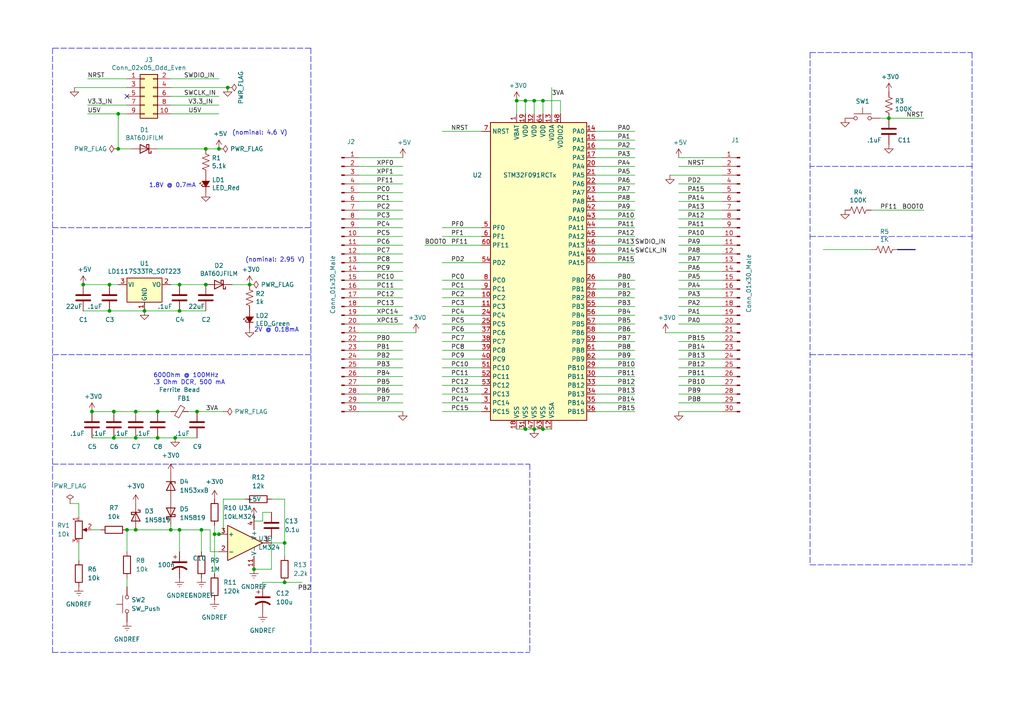
<source format=kicad_sch>
(kicad_sch (version 20211123) (generator eeschema)
  (paper "A4")
  (title_block (title "STM32F091 Dev Board") (date "2020-06-22") (rev "1"))
  (lib_symbols
    (symbol "Amplifier_Operational:LM324" (pin_names (offset 0.127))
      (property "Reference" "U" (at 0 5.08 0))
      (property "Value" "LM324" (at 0 -5.08 0))
      (symbol "LM324_1_1"
        (pin output line (at 7.62 0 180) (length 2.54) (name "~") (number "1"))
        (pin input line (at -7.62 -2.54 0) (length 2.54) (name "-") (number "2"))
        (pin input line (at -7.62 2.54 0) (length 2.54) (name "+") (number "3"))
      )
      (symbol "LM324_2_1"
        (pin input line (at -7.62 2.54 0) (length 2.54) (name "+") (number "5"))
        (pin input line (at -7.62 -2.54 0) (length 2.54) (name "-") (number "6"))
        (pin output line (at 7.62 0 180) (length 2.54) (name "~") (number "7"))
      )
      (symbol "LM324_3_1"
        (pin input line (at -7.62 2.54 0) (length 2.54) (name "+") (number "10"))
        (pin output line (at 7.62 0 180) (length 2.54) (name "~") (number "8"))
        (pin input line (at -7.62 -2.54 0) (length 2.54) (name "-") (number "9"))
      )
      (symbol "LM324_4_1"
        (pin input line (at -7.62 2.54 0) (length 2.54) (name "+") (number "12"))
        (pin input line (at -7.62 -2.54 0) (length 2.54) (name "-") (number "13"))
        (pin output line (at 7.62 0 180) (length 2.54) (name "~") (number "14"))
      )
      (symbol "LM324_5_1"
        (pin power_in line (at -2.54 -7.62 90) (length 3.81) (name "V-") (number "11"))
        (pin power_in line (at -2.54 7.62 270) (length 3.81) (name "V+") (number "4"))
      )
    )
    (symbol "Connector:Conn_01x30_Male" (pin_names (offset 1.016) hide)
      (property "Reference" "J" (at 0 38.1 0))
      (property "Value" "Conn_01x30_Male" (at 0 -40.64 0))
      (symbol "Conn_01x30_Male_1_1"
        (pin passive line (at 5.08 35.56 180) (length 3.81) (name "Pin_1") (number "1"))
        (pin passive line (at 5.08 12.7 180) (length 3.81) (name "Pin_10") (number "10"))
        (pin passive line (at 5.08 10.16 180) (length 3.81) (name "Pin_11") (number "11"))
        (pin passive line (at 5.08 7.62 180) (length 3.81) (name "Pin_12") (number "12"))
        (pin passive line (at 5.08 5.08 180) (length 3.81) (name "Pin_13") (number "13"))
        (pin passive line (at 5.08 2.54 180) (length 3.81) (name "Pin_14") (number "14"))
        (pin passive line (at 5.08 0 180) (length 3.81) (name "Pin_15") (number "15"))
        (pin passive line (at 5.08 -2.54 180) (length 3.81) (name "Pin_16") (number "16"))
        (pin passive line (at 5.08 -5.08 180) (length 3.81) (name "Pin_17") (number "17"))
        (pin passive line (at 5.08 -7.62 180) (length 3.81) (name "Pin_18") (number "18"))
        (pin passive line (at 5.08 -10.16 180) (length 3.81) (name "Pin_19") (number "19"))
        (pin passive line (at 5.08 33.02 180) (length 3.81) (name "Pin_2") (number "2"))
        (pin passive line (at 5.08 -12.7 180) (length 3.81) (name "Pin_20") (number "20"))
        (pin passive line (at 5.08 -15.24 180) (length 3.81) (name "Pin_21") (number "21"))
        (pin passive line (at 5.08 -17.78 180) (length 3.81) (name "Pin_22") (number "22"))
        (pin passive line (at 5.08 -20.32 180) (length 3.81) (name "Pin_23") (number "23"))
        (pin passive line (at 5.08 -22.86 180) (length 3.81) (name "Pin_24") (number "24"))
        (pin passive line (at 5.08 -25.4 180) (length 3.81) (name "Pin_25") (number "25"))
        (pin passive line (at 5.08 -27.94 180) (length 3.81) (name "Pin_26") (number "26"))
        (pin passive line (at 5.08 -30.48 180) (length 3.81) (name "Pin_27") (number "27"))
        (pin passive line (at 5.08 -33.02 180) (length 3.81) (name "Pin_28") (number "28"))
        (pin passive line (at 5.08 -35.56 180) (length 3.81) (name "Pin_29") (number "29"))
        (pin passive line (at 5.08 30.48 180) (length 3.81) (name "Pin_3") (number "3"))
        (pin passive line (at 5.08 -38.1 180) (length 3.81) (name "Pin_30") (number "30"))
        (pin passive line (at 5.08 27.94 180) (length 3.81) (name "Pin_4") (number "4"))
        (pin passive line (at 5.08 25.4 180) (length 3.81) (name "Pin_5") (number "5"))
        (pin passive line (at 5.08 22.86 180) (length 3.81) (name "Pin_6") (number "6"))
        (pin passive line (at 5.08 20.32 180) (length 3.81) (name "Pin_7") (number "7"))
        (pin passive line (at 5.08 17.78 180) (length 3.81) (name "Pin_8") (number "8"))
        (pin passive line (at 5.08 15.24 180) (length 3.81) (name "Pin_9") (number "9"))
      )
    )
    (symbol "Connector_Generic:Conn_02x05_Odd_Even" (pin_names (offset 1.016) hide)
      (property "Reference" "J" (at 1.27 7.62 0))
      (property "Value" "Conn_02x05_Odd_Even" (at 1.27 -7.62 0))
      (symbol "Conn_02x05_Odd_Even_1_1"
        (pin passive line (at -5.08 5.08 0) (length 3.81) (name "Pin_1") (number "1"))
        (pin passive line (at 7.62 -5.08 180) (length 3.81) (name "Pin_10") (number "10"))
        (pin passive line (at 7.62 5.08 180) (length 3.81) (name "Pin_2") (number "2"))
        (pin passive line (at -5.08 2.54 0) (length 3.81) (name "Pin_3") (number "3"))
        (pin passive line (at 7.62 2.54 180) (length 3.81) (name "Pin_4") (number "4"))
        (pin passive line (at -5.08 0 0) (length 3.81) (name "Pin_5") (number "5"))
        (pin passive line (at 7.62 0 180) (length 3.81) (name "Pin_6") (number "6"))
        (pin passive line (at -5.08 -2.54 0) (length 3.81) (name "Pin_7") (number "7"))
        (pin passive line (at 7.62 -2.54 180) (length 3.81) (name "Pin_8") (number "8"))
        (pin passive line (at -5.08 -5.08 0) (length 3.81) (name "Pin_9") (number "9"))
      )
    )
    (symbol "Device:C" (pin_numbers hide) (pin_names (offset 0.254))
      (property "Reference" "C" (at 0.635 2.54 0))
      (property "Value" "C" (at 0.635 -2.54 0))
      (symbol "C_1_1"
        (pin passive line (at 0 3.81 270) (length 2.794) (name "~") (number "1"))
        (pin passive line (at 0 -3.81 90) (length 2.794) (name "~") (number "2"))
      )
    )
    (symbol "Device:C_Polarized_US" (pin_numbers hide) (pin_names (offset 0.254) hide)
      (property "Reference" "C" (at 0.635 2.54 0))
      (property "Value" "C_Polarized_US" (at 0.635 -2.54 0))
      (symbol "C_Polarized_US_1_1"
        (pin passive line (at 0 3.81 270) (length 2.794) (name "~") (number "1"))
        (pin passive line (at 0 -3.81 90) (length 3.302) (name "~") (number "2"))
      )
    )
    (symbol "Device:R" (pin_numbers hide) (pin_names (offset 0))
      (property "Reference" "R" (at 2.032 0 90))
      (property "Value" "R" (at 0 0 90))
      (symbol "R_1_1"
        (pin passive line (at 0 3.81 270) (length 1.27) (name "~") (number "1"))
        (pin passive line (at 0 -3.81 90) (length 1.27) (name "~") (number "2"))
      )
    )
    (symbol "Device:R_Potentiometer" (pin_names (offset 1.016) hide)
      (property "Reference" "RV" (at -4.445 0 90))
      (property "Value" "R_Potentiometer" (at -2.54 0 90))
      (symbol "R_Potentiometer_1_1"
        (pin passive line (at 0 3.81 270) (length 1.27) (name "1") (number "1"))
        (pin passive line (at 3.81 0 180) (length 1.27) (name "2") (number "2"))
        (pin passive line (at 0 -3.81 90) (length 1.27) (name "3") (number "3"))
      )
    )
    (symbol "Device:R_US" (pin_numbers hide) (pin_names (offset 0))
      (property "Reference" "R" (at 2.54 0 90))
      (property "Value" "R_US" (at -2.54 0 90))
      (symbol "R_US_1_1"
        (pin passive line (at 0 3.81 270) (length 1.27) (name "~") (number "1"))
        (pin passive line (at 0 -3.81 90) (length 1.27) (name "~") (number "2"))
      )
    )
    (symbol "Diode:1N53xxB" (pin_numbers hide) (pin_names hide)
      (property "Reference" "D" (at 0 2.54 0))
      (property "Value" "1N53xxB" (at 0 -2.54 0))
      (symbol "1N53xxB_1_1"
        (pin passive line (at -3.81 0 0) (length 2.54) (name "K") (number "1"))
        (pin passive line (at 3.81 0 180) (length 2.54) (name "A") (number "2"))
      )
    )
    (symbol "Diode:1N5819" (pin_numbers hide) (pin_names (offset 1.016) hide)
      (property "Reference" "D" (at 0 2.54 0))
      (property "Value" "1N5819" (at 0 -2.54 0))
      (symbol "1N5819_1_1"
        (pin passive line (at -3.81 0 0) (length 2.54) (name "K") (number "1"))
        (pin passive line (at 3.81 0 180) (length 2.54) (name "A") (number "2"))
      )
    )
    (symbol "Diode:BAT60A" (pin_numbers hide) (pin_names (offset 1.016) hide)
      (property "Reference" "D" (at 0 2.54 0))
      (property "Value" "BAT60A" (at 0 -2.54 0))
      (symbol "BAT60A_1_1"
        (pin passive line (at -3.81 0 0) (length 2.54) (name "K") (number "1"))
        (pin passive line (at 3.81 0 180) (length 2.54) (name "A") (number "2"))
      )
    )
    (symbol "MCU_ST_STM32F0:STM32F091RCTx"
      (property "Reference" "U" (at -15.24 44.45 0))
      (property "Value" "STM32F091RCTx" (at 7.62 44.45 0))
      (symbol "STM32F091RCTx_1_1"
        (pin power_in line (at -7.62 45.72 270) (length 2.54) (name "VBAT") (number "1"))
        (pin bidirectional line (at -17.78 -7.62 0) (length 2.54) (name "PC2") (number "10"))
        (pin bidirectional line (at -17.78 -10.16 0) (length 2.54) (name "PC3") (number "11"))
        (pin power_in line (at 2.54 -45.72 90) (length 2.54) (name "VSSA") (number "12"))
        (pin power_in line (at 2.54 45.72 270) (length 2.54) (name "VDDA") (number "13"))
        (pin bidirectional line (at 15.24 40.64 180) (length 2.54) (name "PA0") (number "14"))
        (pin bidirectional line (at 15.24 38.1 180) (length 2.54) (name "PA1") (number "15"))
        (pin bidirectional line (at 15.24 35.56 180) (length 2.54) (name "PA2") (number "16"))
        (pin bidirectional line (at 15.24 33.02 180) (length 2.54) (name "PA3") (number "17"))
        (pin power_in line (at -7.62 -45.72 90) (length 2.54) (name "VSS") (number "18"))
        (pin power_in line (at -5.08 45.72 270) (length 2.54) (name "VDD") (number "19"))
        (pin bidirectional line (at -17.78 -35.56 0) (length 2.54) (name "PC13") (number "2"))
        (pin bidirectional line (at 15.24 30.48 180) (length 2.54) (name "PA4") (number "20"))
        (pin bidirectional line (at 15.24 27.94 180) (length 2.54) (name "PA5") (number "21"))
        (pin bidirectional line (at 15.24 25.4 180) (length 2.54) (name "PA6") (number "22"))
        (pin bidirectional line (at 15.24 22.86 180) (length 2.54) (name "PA7") (number "23"))
        (pin bidirectional line (at -17.78 -12.7 0) (length 2.54) (name "PC4") (number "24"))
        (pin bidirectional line (at -17.78 -15.24 0) (length 2.54) (name "PC5") (number "25"))
        (pin bidirectional line (at 15.24 -2.54 180) (length 2.54) (name "PB0") (number "26"))
        (pin bidirectional line (at 15.24 -5.08 180) (length 2.54) (name "PB1") (number "27"))
        (pin bidirectional line (at 15.24 -7.62 180) (length 2.54) (name "PB2") (number "28"))
        (pin bidirectional line (at 15.24 -27.94 180) (length 2.54) (name "PB10") (number "29"))
        (pin bidirectional line (at -17.78 -38.1 0) (length 2.54) (name "PC14") (number "3"))
        (pin bidirectional line (at 15.24 -30.48 180) (length 2.54) (name "PB11") (number "30"))
        (pin power_in line (at -5.08 -45.72 90) (length 2.54) (name "VSS") (number "31"))
        (pin power_in line (at -2.54 45.72 270) (length 2.54) (name "VDD") (number "32"))
        (pin bidirectional line (at 15.24 -33.02 180) (length 2.54) (name "PB12") (number "33"))
        (pin bidirectional line (at 15.24 -35.56 180) (length 2.54) (name "PB13") (number "34"))
        (pin bidirectional line (at 15.24 -38.1 180) (length 2.54) (name "PB14") (number "35"))
        (pin bidirectional line (at 15.24 -40.64 180) (length 2.54) (name "PB15") (number "36"))
        (pin bidirectional line (at -17.78 -17.78 0) (length 2.54) (name "PC6") (number "37"))
        (pin bidirectional line (at -17.78 -20.32 0) (length 2.54) (name "PC7") (number "38"))
        (pin bidirectional line (at -17.78 -22.86 0) (length 2.54) (name "PC8") (number "39"))
        (pin bidirectional line (at -17.78 -40.64 0) (length 2.54) (name "PC15") (number "4"))
        (pin bidirectional line (at -17.78 -25.4 0) (length 2.54) (name "PC9") (number "40"))
        (pin bidirectional line (at 15.24 20.32 180) (length 2.54) (name "PA8") (number "41"))
        (pin bidirectional line (at 15.24 17.78 180) (length 2.54) (name "PA9") (number "42"))
        (pin bidirectional line (at 15.24 15.24 180) (length 2.54) (name "PA10") (number "43"))
        (pin bidirectional line (at 15.24 12.7 180) (length 2.54) (name "PA11") (number "44"))
        (pin bidirectional line (at 15.24 10.16 180) (length 2.54) (name "PA12") (number "45"))
        (pin bidirectional line (at 15.24 7.62 180) (length 2.54) (name "PA13") (number "46"))
        (pin power_in line (at -2.54 -45.72 90) (length 2.54) (name "VSS") (number "47"))
        (pin power_in line (at 5.08 45.72 270) (length 2.54) (name "VDDIO2") (number "48"))
        (pin bidirectional line (at 15.24 5.08 180) (length 2.54) (name "PA14") (number "49"))
        (pin input line (at -17.78 12.7 0) (length 2.54) (name "PF0") (number "5"))
        (pin bidirectional line (at 15.24 2.54 180) (length 2.54) (name "PA15") (number "50"))
        (pin bidirectional line (at -17.78 -27.94 0) (length 2.54) (name "PC10") (number "51"))
        (pin bidirectional line (at -17.78 -30.48 0) (length 2.54) (name "PC11") (number "52"))
        (pin bidirectional line (at -17.78 -33.02 0) (length 2.54) (name "PC12") (number "53"))
        (pin bidirectional line (at -17.78 2.54 0) (length 2.54) (name "PD2") (number "54"))
        (pin bidirectional line (at 15.24 -10.16 180) (length 2.54) (name "PB3") (number "55"))
        (pin bidirectional line (at 15.24 -12.7 180) (length 2.54) (name "PB4") (number "56"))
        (pin bidirectional line (at 15.24 -15.24 180) (length 2.54) (name "PB5") (number "57"))
        (pin bidirectional line (at 15.24 -17.78 180) (length 2.54) (name "PB6") (number "58"))
        (pin bidirectional line (at 15.24 -20.32 180) (length 2.54) (name "PB7") (number "59"))
        (pin input line (at -17.78 10.16 0) (length 2.54) (name "PF1") (number "6"))
        (pin bidirectional line (at -17.78 7.62 0) (length 2.54) (name "PF11") (number "60"))
        (pin bidirectional line (at 15.24 -22.86 180) (length 2.54) (name "PB8") (number "61"))
        (pin bidirectional line (at 15.24 -25.4 180) (length 2.54) (name "PB9") (number "62"))
        (pin power_in line (at 0 -45.72 90) (length 2.54) (name "VSS") (number "63"))
        (pin power_in line (at 0 45.72 270) (length 2.54) (name "VDD") (number "64"))
        (pin input line (at -17.78 40.64 0) (length 2.54) (name "NRST") (number "7"))
        (pin bidirectional line (at -17.78 -2.54 0) (length 2.54) (name "PC0") (number "8"))
        (pin bidirectional line (at -17.78 -5.08 0) (length 2.54) (name "PC1") (number "9"))
      )
    )
    (symbol "Regulator_Linear:LD1117S33TR_SOT223" (pin_names (offset 0.254))
      (property "Reference" "U" (at -3.81 3.175 0))
      (property "Value" "LD1117S33TR_SOT223" (at 0 3.175 0))
      (symbol "LD1117S33TR_SOT223_1_1"
        (pin power_in line (at 0 -7.62 90) (length 2.54) (name "GND") (number "1"))
        (pin power_out line (at 7.62 0 180) (length 2.54) (name "VO") (number "2"))
        (pin power_in line (at -7.62 0 0) (length 2.54) (name "VI") (number "3"))
      )
    )
    (symbol "Switch:SW_Push" (pin_numbers hide) (pin_names (offset 1.016) hide)
      (property "Reference" "SW" (at 1.27 2.54 0))
      (property "Value" "SW_Push" (at 0 -1.524 0))
      (symbol "SW_Push_0_1"
        (pin passive line (at -5.08 0 0) (length 2.54) (name "1") (number "1"))
        (pin passive line (at 5.08 0 180) (length 2.54) (name "2") (number "2"))
      )
    )
    (symbol "power:+3V0" (power) (pin_names (offset 0))
      (property "Value" "+3V0" (at 0 3.556 0))
      (symbol "+3V0_1_1"
        (pin power_in line (at 0 0 90) (length 0) hide (name "+3V0") (number "1"))
      )
    )
    (symbol "power:+5V" (power) (pin_names (offset 0))
      (property "Value" "+5V" (at 0 3.556 0))
      (symbol "+5V_1_1"
        (pin power_in line (at 0 0 90) (length 0) hide (name "+5V") (number "1"))
      )
    )
    (symbol "power:GND" (power) (pin_names (offset 0))
      (property "Value" "GND" (at 0 -3.81 0))
      (symbol "GND_1_1"
        (pin power_in line (at 0 0 270) (length 0) hide (name "GND") (number "1"))
      )
    )
    (symbol "power:GNDREF" (power) (pin_names (offset 0))
      (property "Value" "GNDREF" (at 0 -3.81 0))
      (symbol "GNDREF_1_1"
        (pin power_in line (at 0 0 270) (length 0) hide (name "GNDREF") (number "1"))
      )
    )
    (symbol "power:PWR_FLAG" (power) (pin_numbers hide) (pin_names (offset 0) hide)
      (property "Value" "PWR_FLAG" (at 0 3.81 0))
      (symbol "PWR_FLAG_0_0"
        (pin power_out line (at 0 0 90) (length 0) (name "pwr") (number "1"))
      )
    )
    (symbol "stm32f091-rescue:Ferrite_Bead_Small-Device" (pin_numbers hide) (pin_names (offset 0))
      (property "Reference" "FB" (at 1.905 1.27 0))
      (property "Value" "Ferrite_Bead_Small-Device" (at 1.905 -1.27 0))
      (symbol "Ferrite_Bead_Small-Device_1_1"
        (pin passive line (at 0 2.54 270) (length 1.27) (name "~") (number "1"))
        (pin passive line (at 0 -2.54 90) (length 1.27) (name "~") (number "2"))
      )
    )
    (symbol "stm32f091-rescue:LED_Small_ALT-Device" (pin_numbers hide) (pin_names (offset 0.254) hide)
      (property "Reference" "D" (at -1.27 3.175 0))
      (property "Value" "LED_Small_ALT-Device" (at -4.445 -2.54 0))
      (symbol "LED_Small_ALT-Device_1_1"
        (pin passive line (at -2.54 0 0) (length 1.778) (name "K") (number "1"))
        (pin passive line (at 2.54 0 180) (length 1.778) (name "A") (number "2"))
      )
    )
  )
  (junction (at 72.39 82.55))
  (junction (at 31.75 90.17))
  (junction (at 152.4 124.46))
  (junction (at 52.07 153.67))
  (junction (at 152.4 29.21))
  (junction (at 45.72 127))
  (junction (at 39.37 119.38))
  (junction (at 154.94 124.46))
  (junction (at 157.48 29.21))
  (junction (at 33.02 127))
  (junction (at 50.8 127))
  (junction (at 52.07 90.17))
  (junction (at 33.02 119.38))
  (junction (at 34.29 43.18))
  (junction (at 59.69 43.18))
  (junction (at 73.66 165.1))
  (junction (at 82.55 157.48))
  (junction (at 154.94 29.21))
  (junction (at 157.48 124.46))
  (junction (at 39.37 153.67))
  (junction (at 34.29 33.02))
  (junction (at 66.04 25.4))
  (junction (at 63.5 43.18))
  (junction (at 58.42 153.67))
  (junction (at 31.75 82.55))
  (junction (at 57.15 119.38))
  (junction (at 49.53 153.67))
  (junction (at 24.13 82.55))
  (junction (at 82.55 168.91))
  (junction (at 41.91 90.17))
  (junction (at 149.86 29.21))
  (junction (at 63.5 154.94))
  (junction (at 59.69 82.55))
  (junction (at 45.72 119.38))
  (junction (at 36.83 153.67))
  (junction (at 257.81 34.29))
  (junction (at 52.07 82.55))
  (junction (at 62.23 154.94))
  (junction (at 26.67 119.38))
  (junction (at 39.37 127))
  (no_connect (at 36.83 27.94))
  (polyline (pts (xy 15.24 66.04) (xy 90.17 66.04)))
  (wire (pts (xy 26.67 119.38) (xy 33.02 119.38)))
  (wire (pts (xy 104.14 53.34) (xy 116.84 53.34)))
  (polyline (pts (xy 234.95 163.83) (xy 281.94 163.83)))
  (wire (pts (xy 39.37 153.67) (xy 49.53 153.67)))
  (wire (pts (xy 172.72 111.76) (xy 184.15 111.76)))
  (wire (pts (xy 39.37 119.38) (xy 45.72 119.38)))
  (wire (pts (xy 252.73 60.96) (xy 267.97 60.96)))
  (wire (pts (xy 104.14 73.66) (xy 116.84 73.66)))
  (wire (pts (xy 172.72 104.14) (xy 184.15 104.14)))
  (wire (pts (xy 104.14 60.96) (xy 116.84 60.96)))
  (wire (pts (xy 41.91 90.17) (xy 52.07 90.17)))
  (wire (pts (xy 172.72 83.82) (xy 184.15 83.82)))
  (wire (pts (xy 172.72 99.06) (xy 184.15 99.06)))
  (wire (pts (xy 209.55 88.9) (xy 196.85 88.9)))
  (wire (pts (xy 60.96 160.02) (xy 63.5 160.02)))
  (wire (pts (xy 139.7 104.14) (xy 128.27 104.14)))
  (wire (pts (xy 78.74 144.78) (xy 82.55 144.78)))
  (wire (pts (xy 49.53 82.55) (xy 52.07 82.55)))
  (wire (pts (xy 172.72 66.04) (xy 184.15 66.04)))
  (wire (pts (xy 33.02 127) (xy 39.37 127)))
  (wire (pts (xy 49.53 27.94) (xy 63.5 27.94)))
  (wire (pts (xy 104.14 96.52) (xy 120.65 96.52)))
  (wire (pts (xy 104.14 68.58) (xy 116.84 68.58)))
  (wire (pts (xy 60.96 153.67) (xy 60.96 160.02)))
  (wire (pts (xy 172.72 86.36) (xy 184.15 86.36)))
  (wire (pts (xy 172.72 96.52) (xy 184.15 96.52)))
  (wire (pts (xy 104.14 83.82) (xy 116.84 83.82)))
  (wire (pts (xy 209.55 68.58) (xy 196.85 68.58)))
  (wire (pts (xy 39.37 127) (xy 45.72 127)))
  (wire (pts (xy 58.42 153.67) (xy 58.42 160.02)))
  (wire (pts (xy 209.55 76.2) (xy 196.85 76.2)))
  (wire (pts (xy 154.94 124.46) (xy 157.48 124.46)))
  (wire (pts (xy 104.14 111.76) (xy 116.84 111.76)))
  (polyline (pts (xy 15.24 13.97) (xy 15.24 189.23)))
  (wire (pts (xy 49.53 30.48) (xy 63.5 30.48)))
  (wire (pts (xy 49.53 152.4) (xy 49.53 153.67)))
  (wire (pts (xy 172.72 116.84) (xy 184.15 116.84)))
  (wire (pts (xy 209.55 48.26) (xy 196.85 48.26)))
  (wire (pts (xy 209.55 114.3) (xy 196.85 114.3)))
  (wire (pts (xy 82.55 168.91) (xy 76.2 168.91)))
  (wire (pts (xy 160.02 33.02) (xy 160.02 25.4)))
  (polyline (pts (xy 234.95 15.24) (xy 281.94 15.24)))
  (wire (pts (xy 157.48 33.02) (xy 157.48 29.21)))
  (wire (pts (xy 34.29 33.02) (xy 34.29 43.18)))
  (wire (pts (xy 209.55 104.14) (xy 196.85 104.14)))
  (wire (pts (xy 104.14 91.44) (xy 116.84 91.44)))
  (wire (pts (xy 209.55 78.74) (xy 196.85 78.74)))
  (wire (pts (xy 154.94 29.21) (xy 157.48 29.21)))
  (wire (pts (xy 172.72 106.68) (xy 184.15 106.68)))
  (wire (pts (xy 104.14 86.36) (xy 116.84 86.36)))
  (wire (pts (xy 139.7 83.82) (xy 128.27 83.82)))
  (wire (pts (xy 24.13 82.55) (xy 31.75 82.55)))
  (wire (pts (xy 73.66 151.13) (xy 76.2 151.13)))
  (wire (pts (xy 209.55 71.12) (xy 196.85 71.12)))
  (wire (pts (xy 78.74 157.48) (xy 82.55 157.48)))
  (wire (pts (xy 49.53 153.67) (xy 52.07 153.67)))
  (wire (pts (xy 149.86 124.46) (xy 152.4 124.46)))
  (wire (pts (xy 104.14 104.14) (xy 116.84 104.14)))
  (wire (pts (xy 139.7 114.3) (xy 128.27 114.3)))
  (wire (pts (xy 172.72 68.58) (xy 184.15 68.58)))
  (wire (pts (xy 52.07 82.55) (xy 59.69 82.55)))
  (wire (pts (xy 255.27 34.29) (xy 257.81 34.29)))
  (wire (pts (xy 82.55 168.91) (xy 87.63 168.91)))
  (wire (pts (xy 193.04 96.52) (xy 209.55 96.52)))
  (wire (pts (xy 104.14 45.72) (xy 116.84 45.72)))
  (wire (pts (xy 149.86 29.21) (xy 152.4 29.21)))
  (wire (pts (xy 52.07 153.67) (xy 58.42 153.67)))
  (wire (pts (xy 162.56 29.21) (xy 162.56 33.02)))
  (wire (pts (xy 36.83 33.02) (xy 34.29 33.02)))
  (wire (pts (xy 172.72 40.64) (xy 184.15 40.64)))
  (wire (pts (xy 209.55 119.38) (xy 196.85 119.38)))
  (wire (pts (xy 139.7 106.68) (xy 128.27 106.68)))
  (wire (pts (xy 22.86 146.05) (xy 22.86 149.86)))
  (wire (pts (xy 45.72 127) (xy 50.8 127)))
  (wire (pts (xy 26.67 153.67) (xy 29.21 153.67)))
  (wire (pts (xy 63.5 43.18) (xy 59.69 43.18)))
  (wire (pts (xy 139.7 81.28) (xy 128.27 81.28)))
  (wire (pts (xy 172.72 53.34) (xy 184.15 53.34)))
  (polyline (pts (xy 234.95 15.24) (xy 234.95 163.83)))
  (wire (pts (xy 139.7 66.04) (xy 128.27 66.04)))
  (polyline (pts (xy 90.17 102.87) (xy 15.24 102.87)))
  (wire (pts (xy 209.55 101.6) (xy 196.85 101.6)))
  (wire (pts (xy 209.55 111.76) (xy 196.85 111.76)))
  (wire (pts (xy 152.4 33.02) (xy 152.4 29.21)))
  (wire (pts (xy 209.55 58.42) (xy 196.85 58.42)))
  (wire (pts (xy 63.5 154.94) (xy 64.77 154.94)))
  (wire (pts (xy 33.02 119.38) (xy 39.37 119.38)))
  (wire (pts (xy 104.14 88.9) (xy 116.84 88.9)))
  (wire (pts (xy 31.75 90.17) (xy 41.91 90.17)))
  (wire (pts (xy 104.14 50.8) (xy 116.84 50.8)))
  (wire (pts (xy 172.72 58.42) (xy 184.15 58.42)))
  (wire (pts (xy 26.67 127) (xy 33.02 127)))
  (wire (pts (xy 139.7 91.44) (xy 128.27 91.44)))
  (polyline (pts (xy 281.94 48.26) (xy 234.95 48.26)))
  (wire (pts (xy 209.55 55.88) (xy 196.85 55.88)))
  (wire (pts (xy 172.72 55.88) (xy 184.15 55.88)))
  (wire (pts (xy 58.42 153.67) (xy 60.96 153.67)))
  (wire (pts (xy 104.14 116.84) (xy 116.84 116.84)))
  (wire (pts (xy 62.23 154.94) (xy 63.5 154.94)))
  (wire (pts (xy 64.77 144.78) (xy 71.12 144.78)))
  (wire (pts (xy 172.72 81.28) (xy 184.15 81.28)))
  (wire (pts (xy 34.29 43.18) (xy 38.1 43.18)))
  (wire (pts (xy 172.72 63.5) (xy 184.15 63.5)))
  (wire (pts (xy 139.7 101.6) (xy 128.27 101.6)))
  (wire (pts (xy 139.7 99.06) (xy 128.27 99.06)))
  (wire (pts (xy 152.4 124.46) (xy 154.94 124.46)))
  (wire (pts (xy 139.7 116.84) (xy 128.27 116.84)))
  (wire (pts (xy 104.14 114.3) (xy 116.84 114.3)))
  (wire (pts (xy 209.55 66.04) (xy 196.85 66.04)))
  (wire (pts (xy 209.55 116.84) (xy 196.85 116.84)))
  (wire (pts (xy 209.55 60.96) (xy 196.85 60.96)))
  (wire (pts (xy 238.76 72.39) (xy 252.73 72.39)))
  (wire (pts (xy 209.55 91.44) (xy 196.85 91.44)))
  (wire (pts (xy 172.72 76.2) (xy 184.15 76.2)))
  (wire (pts (xy 104.14 66.04) (xy 116.84 66.04)))
  (wire (pts (xy 104.14 76.2) (xy 116.84 76.2)))
  (wire (pts (xy 82.55 144.78) (xy 82.55 157.48)))
  (wire (pts (xy 36.83 30.48) (xy 25.4 30.48)))
  (wire (pts (xy 209.55 109.22) (xy 196.85 109.22)))
  (wire (pts (xy 49.53 33.02) (xy 63.5 33.02)))
  (wire (pts (xy 78.74 156.21) (xy 78.74 165.1)))
  (wire (pts (xy 157.48 124.46) (xy 160.02 124.46)))
  (wire (pts (xy 50.8 127) (xy 57.15 127)))
  (polyline (pts (xy 234.95 68.58) (xy 281.94 68.58)))
  (wire (pts (xy 62.23 154.94) (xy 62.23 166.37)))
  (wire (pts (xy 209.55 63.5) (xy 196.85 63.5)))
  (wire (pts (xy 209.55 86.36) (xy 196.85 86.36)))
  (wire (pts (xy 172.72 93.98) (xy 184.15 93.98)))
  (wire (pts (xy 172.72 119.38) (xy 184.15 119.38)))
  (wire (pts (xy 104.14 109.22) (xy 116.84 109.22)))
  (wire (pts (xy 209.55 83.82) (xy 196.85 83.82)))
  (wire (pts (xy 104.14 119.38) (xy 116.84 119.38)))
  (wire (pts (xy 36.83 22.86) (xy 25.4 22.86)))
  (polyline (pts (xy 15.24 189.23) (xy 153.67 189.23)))
  (wire (pts (xy 209.55 45.72) (xy 196.85 45.72)))
  (wire (pts (xy 57.15 119.38) (xy 64.77 119.38)))
  (wire (pts (xy 104.14 106.68) (xy 116.84 106.68)))
  (wire (pts (xy 21.59 25.4) (xy 36.83 25.4)))
  (wire (pts (xy 76.2 148.59) (xy 78.74 148.59)))
  (polyline (pts (xy 90.17 13.97) (xy 90.17 189.23)))
  (wire (pts (xy 64.77 144.78) (xy 64.77 154.94)))
  (wire (pts (xy 59.69 43.18) (xy 45.72 43.18)))
  (wire (pts (xy 104.14 93.98) (xy 116.84 93.98)))
  (wire (pts (xy 172.72 114.3) (xy 184.15 114.3)))
  (wire (pts (xy 172.72 43.18) (xy 184.15 43.18)))
  (wire (pts (xy 172.72 45.72) (xy 184.15 45.72)))
  (wire (pts (xy 104.14 99.06) (xy 116.84 99.06)))
  (wire (pts (xy 104.14 101.6) (xy 116.84 101.6)))
  (wire (pts (xy 104.14 48.26) (xy 116.84 48.26)))
  (wire (pts (xy 194.31 50.8) (xy 209.55 50.8)))
  (wire (pts (xy 76.2 151.13) (xy 76.2 148.59)))
  (wire (pts (xy 172.72 38.1) (xy 184.15 38.1)))
  (wire (pts (xy 139.7 76.2) (xy 128.27 76.2)))
  (wire (pts (xy 172.72 60.96) (xy 184.15 60.96)))
  (wire (pts (xy 104.14 63.5) (xy 116.84 63.5)))
  (wire (pts (xy 34.29 82.55) (xy 31.75 82.55)))
  (wire (pts (xy 20.32 146.05) (xy 22.86 146.05)))
  (wire (pts (xy 209.55 106.68) (xy 196.85 106.68)))
  (wire (pts (xy 104.14 78.74) (xy 116.84 78.74)))
  (wire (pts (xy 73.66 165.1) (xy 78.74 165.1)))
  (wire (pts (xy 49.53 25.4) (xy 66.04 25.4)))
  (polyline (pts (xy 153.67 134.62) (xy 153.67 189.23)))
  (wire (pts (xy 36.83 153.67) (xy 39.37 153.67)))
  (wire (pts (xy 52.07 153.67) (xy 52.07 160.02)))
  (wire (pts (xy 139.7 86.36) (xy 128.27 86.36)))
  (wire (pts (xy 62.23 152.4) (xy 62.23 154.94)))
  (polyline (pts (xy 234.95 102.87) (xy 281.94 102.87)))
  (wire (pts (xy 209.55 81.28) (xy 196.85 81.28)))
  (wire (pts (xy 209.55 99.06) (xy 196.85 99.06)))
  (polyline (pts (xy 90.17 13.97) (xy 15.24 13.97)))
  (wire (pts (xy 139.7 111.76) (xy 128.27 111.76)))
  (wire (pts (xy 209.55 73.66) (xy 196.85 73.66)))
  (polyline (pts (xy 281.94 15.24) (xy 281.94 163.83)))
  (wire (pts (xy 172.72 48.26) (xy 184.15 48.26)))
  (wire (pts (xy 123.19 71.12) (xy 139.7 71.12)))
  (wire (pts (xy 24.13 90.17) (xy 31.75 90.17)))
  (wire (pts (xy 172.72 91.44) (xy 184.15 91.44)))
  (wire (pts (xy 67.31 82.55) (xy 72.39 82.55)))
  (wire (pts (xy 34.29 33.02) (xy 25.4 33.02)))
  (wire (pts (xy 82.55 157.48) (xy 82.55 161.29)))
  (wire (pts (xy 257.81 34.29) (xy 267.97 34.29)))
  (wire (pts (xy 154.94 33.02) (xy 154.94 29.21)))
  (wire (pts (xy 172.72 88.9) (xy 184.15 88.9)))
  (wire (pts (xy 54.61 119.38) (xy 57.15 119.38)))
  (wire (pts (xy 104.14 55.88) (xy 116.84 55.88)))
  (wire (pts (xy 104.14 58.42) (xy 116.84 58.42)))
  (wire (pts (xy 209.55 93.98) (xy 196.85 93.98)))
  (wire (pts (xy 172.72 109.22) (xy 184.15 109.22)))
  (wire (pts (xy 36.83 153.67) (xy 36.83 160.02)))
  (wire (pts (xy 157.48 29.21) (xy 162.56 29.21)))
  (wire (pts (xy 139.7 68.58) (xy 128.27 68.58)))
  (wire (pts (xy 76.2 168.91) (xy 76.2 170.18)))
  (wire (pts (xy 104.14 71.12) (xy 116.84 71.12)))
  (wire (pts (xy 45.72 119.38) (xy 49.53 119.38)))
  (wire (pts (xy 139.7 96.52) (xy 128.27 96.52)))
  (wire (pts (xy 139.7 119.38) (xy 128.27 119.38)))
  (wire (pts (xy 139.7 93.98) (xy 128.27 93.98)))
  (wire (pts (xy 209.55 53.34) (xy 196.85 53.34)))
  (wire (pts (xy 52.07 90.17) (xy 59.69 90.17)))
  (wire (pts (xy 139.7 38.1) (xy 128.27 38.1)))
  (wire (pts (xy 152.4 29.21) (xy 154.94 29.21)))
  (polyline (pts (xy 15.24 134.62) (xy 153.67 134.62)))
  (wire (pts (xy 149.86 33.02) (xy 149.86 29.21)))
  (wire (pts (xy 172.72 50.8) (xy 184.15 50.8)))
  (wire (pts (xy 139.7 88.9) (xy 128.27 88.9)))
  (bus (pts (xy 260.35 72.39) (xy 265.43 72.39)))
  (wire (pts (xy 104.14 81.28) (xy 116.84 81.28)))
  (wire (pts (xy 22.86 157.48) (xy 22.86 162.56)))
  (wire (pts (xy 139.7 109.22) (xy 128.27 109.22)))
  (wire (pts (xy 172.72 71.12) (xy 184.15 71.12)))
  (wire (pts (xy 49.53 22.86) (xy 63.5 22.86)))
  (wire (pts (xy 172.72 73.66) (xy 184.15 73.66)))
  (wire (pts (xy 172.72 101.6) (xy 184.15 101.6)))
  (wire (pts (xy 36.83 167.64) (xy 36.83 170.18)))
  (text "1.8V @ 0.7mA" (at 43.18 54.61 0) (effects (font (size 1.27 1.27)) (justify left bottom)))
  (text "(nominal: 4.6 V)" (at 67.31 39.37 0) (effects (font (size 1.27 1.27)) (justify left bottom)))
  (text "600Ohm @ 100MHz\n.3 Ohm DCR, 500 mA" (at 44.45 111.76 0) (effects (font (size 1.27 1.27)) (justify left bottom)))
  (text "(nominal: 2.95 V)" (at 71.12 76.2 0) (effects (font (size 1.27 1.27)) (justify left bottom)))
  (text "2V @ 0.18mA" (at 73.66 96.52 0) (effects (font (size 1.27 1.27)) (justify left bottom)))
  (label "PA1" (at 179.07 40.64 0))
  (label "PA3" (at 199.39 86.36 0))
  (label "PB3" (at 109.22 106.68 0))
  (label "PC9" (at 130.81 104.14 0))
  (label "PB10" (at 199.39 111.76 0))
  (label "PA7" (at 179.07 55.88 0))
  (label "PB15" (at 199.39 99.06 0))
  (label "PB5" (at 109.22 111.76 0))
  (label "U5V" (at 54.61 33.02 0))
  (label "BOOT0" (at 123.19 71.12 0))
  (label "PB15" (at 179.07 119.38 0))
  (label "PB14" (at 199.39 101.6 0))
  (label "PA14" (at 179.07 73.66 0))
  (label "PC15" (at 130.81 119.38 0))
  (label "PB6" (at 179.07 96.52 0))
  (label "SWDIO_IN" (at 184.15 71.12 0))
  (label "SWCLK_IN" (at 53.34 27.94 0))
  (label "PC8" (at 109.22 76.2 0))
  (label "PB4" (at 109.22 109.22 0))
  (label "SWCLK_IN" (at 184.15 73.66 0))
  (label "PA2" (at 199.39 88.9 0))
  (label "PC7" (at 109.22 73.66 0))
  (label "PA11" (at 199.39 66.04 0))
  (label "PB13" (at 199.39 104.14 0))
  (label "PB8" (at 179.07 101.6 0))
  (label "PB6" (at 109.22 114.3 0))
  (label "PA7" (at 199.39 76.2 0))
  (label "XPF0" (at 109.22 48.26 0))
  (label "PC12" (at 109.22 86.36 0))
  (label "U5V" (at 25.4 33.02 0))
  (label "PB11" (at 199.39 109.22 0))
  (label "PF11" (at 109.22 53.34 0))
  (label "PC10" (at 130.81 106.68 0))
  (label "PA0" (at 179.07 38.1 0))
  (label "PC8" (at 130.81 101.6 0))
  (label "PB7" (at 179.07 99.06 0))
  (label "PA13" (at 199.39 60.96 0))
  (label "PB11" (at 179.07 109.22 0))
  (label "PA12" (at 199.39 63.5 0))
  (label "PC12" (at 130.81 111.76 0))
  (label "PF11" (at 255.27 60.96 0))
  (label "PB1" (at 109.22 101.6 0))
  (label "NRST" (at 25.4 22.86 0))
  (label "PA11" (at 179.07 66.04 0))
  (label "PA6" (at 199.39 78.74 0))
  (label "PB8" (at 199.39 116.84 0))
  (label "PD2" (at 130.81 76.2 0))
  (label "PB9" (at 179.07 104.14 0))
  (label "PA10" (at 199.39 68.58 0))
  (label "PC3" (at 130.81 88.9 0))
  (label "PB13" (at 179.07 114.3 0))
  (label "PC5" (at 130.81 93.98 0))
  (label "PA5" (at 179.07 50.8 0))
  (label "PC7" (at 130.81 99.06 0))
  (label "PB2" (at 86.36 171.45 0))
  (label "PA13" (at 179.07 71.12 0))
  (label "PB1" (at 179.07 83.82 0))
  (label "PA15" (at 199.39 55.88 0))
  (label "V3.3_IN" (at 54.61 30.48 0))
  (label "PA3" (at 179.07 45.72 0))
  (label "XPF1" (at 109.22 50.8 0))
  (label "PF0" (at 130.81 66.04 0))
  (label "PB12" (at 199.39 106.68 0))
  (label "PA14" (at 199.39 58.42 0))
  (label "PC14" (at 130.81 116.84 0))
  (label "PA4" (at 179.07 48.26 0))
  (label "PC11" (at 109.22 83.82 0))
  (label "V3.3_IN" (at 25.4 30.48 0))
  (label "PB2" (at 109.22 104.14 0))
  (label "PA5" (at 199.39 81.28 0))
  (label "3VA" (at 59.69 119.38 0))
  (label "PC2" (at 130.81 86.36 0))
  (label "PA8" (at 179.07 58.42 0))
  (label "PB9" (at 199.39 114.3 0))
  (label "PD2" (at 199.39 53.34 0))
  (label "PC1" (at 130.81 83.82 0))
  (label "NRST" (at 262.89 34.29 0))
  (label "XPC15" (at 109.22 93.98 0))
  (label "PB4" (at 179.07 91.44 0))
  (label "PB7" (at 109.22 116.84 0))
  (label "SWDIO_IN" (at 53.34 22.86 0))
  (label "3VA" (at 160.02 27.94 0))
  (label "PA1" (at 199.39 91.44 0))
  (label "PA6" (at 179.07 53.34 0))
  (label "PC4" (at 109.22 66.04 0))
  (label "PA9" (at 179.07 60.96 0))
  (label "PA9" (at 199.39 71.12 0))
  (label "PA12" (at 179.07 68.58 0))
  (label "PC0" (at 130.81 81.28 0))
  (label "PC1" (at 109.22 58.42 0))
  (label "PB12" (at 179.07 111.76 0))
  (label "PC10" (at 109.22 81.28 0))
  (label "PF11" (at 130.81 71.12 0))
  (label "PC5" (at 109.22 68.58 0))
  (label "PC13" (at 130.81 114.3 0))
  (label "NRST" (at 199.39 48.26 0))
  (label "PC6" (at 109.22 71.12 0))
  (label "XPC14" (at 109.22 91.44 0))
  (label "BOOT0" (at 261.62 60.96 0))
  (label "PA2" (at 179.07 43.18 0))
  (label "PB10" (at 179.07 106.68 0))
  (label "PB3" (at 179.07 88.9 0))
  (label "PA8" (at 199.39 73.66 0))
  (label "PB0" (at 109.22 99.06 0))
  (label "PC4" (at 130.81 91.44 0))
  (label "PC9" (at 109.22 78.74 0))
  (label "PC3" (at 109.22 63.5 0))
  (label "PA15" (at 179.07 76.2 0))
  (label "PC6" (at 130.81 96.52 0))
  (label "PF1" (at 130.81 68.58 0))
  (label "PC0" (at 109.22 55.88 0))
  (label "PC13" (at 109.22 88.9 0))
  (label "PB14" (at 179.07 116.84 0))
  (label "PA4" (at 199.39 83.82 0))
  (label "PB0" (at 179.07 81.28 0))
  (label "PB2" (at 179.07 86.36 0))
  (label "PC2" (at 109.22 60.96 0))
  (label "PC11" (at 130.81 109.22 0))
  (label "PB5" (at 179.07 93.98 0))
  (label "PA10" (at 179.07 63.5 0))
  (label "PA0" (at 199.39 93.98 0))
  (label "NRST" (at 130.81 38.1 0))
  (symbol (lib_id "Device:R_US") (at 257.81 30.48 0) (unit 1)
    (property "Reference" "R3" (at 259.5372 29.3116 0) (effects (justify left)))
    (property "Value" "100K" (at 259.5372 31.623 0) (effects (justify left)))
    (property "Footprint" "Resistor_SMD:R_0805_2012Metric_Pad1.15x1.40mm_HandSolder" (effects hide))
  )
  (symbol (lib_id "Switch:SW_Push") (at 250.19 34.29 0) (unit 1)
    (property "Reference" "SW1" (at 250.19 29.3878 0))
    (property "Value" "SW_Push" (effects hide))
    (property "Footprint" "Button_Switch_SMD:SW_SPST_PTS645" (effects hide))
  )
  (symbol (lib_id "power:GND") (at 257.81 41.91 0) (unit 1)
    (property "Reference" "#PWR0101" (effects hide))
    (property "Value" "GND" (effects hide))
  )
  (symbol (lib_id "power:GND") (at 245.11 34.29 0) (unit 1)
    (property "Reference" "#PWR0102" (effects hide))
    (property "Value" "GND" (effects hide))
  )
  (symbol (lib_id "stm32f091-rescue:Ferrite_Bead_Small-Device") (at 52.07 119.38 270) (unit 1)
    (property "Reference" "FB1" (at 53.34 115.57 90))
    (property "Value" "Ferrite Bead" (at 52.07 113.03 90))
    (property "Footprint" "Inductor_SMD:L_0805_2012Metric_Pad1.15x1.40mm_HandSolder" (effects hide))
  )
  (symbol (lib_id "Connector_Generic:Conn_02x05_Odd_Even") (at 41.91 27.94 0) (unit 1)
    (property "Reference" "J3" (at 43.18 17.3482 0))
    (property "Value" "Conn_02x05_Odd_Even" (at 43.18 19.6596 0))
    (property "Footprint" "Connector_IDC:IDC-Header_2x05_P2.54mm_Vertical" (effects hide))
  )
  (symbol (lib_id "power:GND") (at 21.59 25.4 0) (unit 1)
    (property "Reference" "#PWR0106" (effects hide))
    (property "Value" "GND" (effects hide))
  )
  (symbol (lib_id "power:GND") (at 66.04 25.4 0) (unit 1)
    (property "Reference" "#PWR0107" (effects hide))
    (property "Value" "GND" (effects hide))
  )
  (symbol (lib_id "Regulator_Linear:LD1117S33TR_SOT223") (at 41.91 82.55 0) (unit 1)
    (property "Reference" "U1" (at 41.91 76.4032 0))
    (property "Value" "LD1117S33TR_SOT223" (at 41.91 78.7146 0))
    (property "Footprint" "Package_TO_SOT_SMD:SOT-223-3_TabPin2" (effects hide))
    (property "Datasheet" "http://www.st.com/st-web-ui/static/active/en/resource/technical/document/datasheet/CD00000544.pdf" (effects hide))
  )
  (symbol (lib_id "Device:C") (at 31.75 86.36 0) (unit 1)
    (property "Reference" "C3" (at 30.48 92.71 0) (effects (justify left)))
    (property "Value" ".1uF" (at 25.4 88.9 0) (effects (justify left)))
    (property "Footprint" "Capacitor_SMD:C_0805_2012Metric_Pad1.15x1.40mm_HandSolder" (effects hide))
    (property "Datasheet" "https://datasheet.lcsc.com/szlcsc/Samsung-Electro-Mechanics-CL21C101JBANNNC_C1790.pdf" (effects hide))
  )
  (symbol (lib_id "power:GND") (at 41.91 90.17 0) (unit 1)
    (property "Reference" "#PWR0108" (effects hide))
    (property "Value" "GND" (effects hide))
  )
  (symbol (lib_id "power:PWR_FLAG") (at 34.29 43.18 90) (unit 1)
    (property "Reference" "#FLG0101" (effects hide))
    (property "Value" "PWR_FLAG" (at 31.0642 43.18 90) (effects (justify left)))
  )
  (symbol (lib_id "power:PWR_FLAG") (at 66.04 25.4 270) (unit 1)
    (property "Reference" "#FLG0102" (effects hide))
    (property "Value" "PWR_FLAG" (at 69.85 25.4 0))
  )
  (symbol (lib_id "Diode:BAT60A") (at 41.91 43.18 180) (unit 1)
    (property "Reference" "D1" (at 41.91 37.6682 0))
    (property "Value" "BAT60JFILM" (at 41.91 39.9796 0))
    (property "Footprint" "Diode_SMD:D_SOD-323" (effects hide))
    (property "Datasheet" "https://www.infineon.com/dgdl/Infineon-BAT60ASERIES-DS-v01_01-en.pdf?fileId=db3a304313d846880113def70c9304a9" (effects hide))
  )
  (symbol (lib_id "power:+5V") (at 63.5 43.18 0) (unit 1)
    (property "Reference" "#PWR0110" (effects hide))
    (property "Value" "+5V" (at 63.881 38.7858 0))
  )
  (symbol (lib_id "power:+5V") (at 24.13 82.55 0) (unit 1)
    (property "Reference" "#PWR0111" (effects hide))
    (property "Value" "+5V" (at 24.511 78.1558 0))
  )
  (symbol (lib_id "Diode:BAT60A") (at 63.5 82.55 180) (unit 1)
    (property "Reference" "D2" (at 63.5 77.0382 0))
    (property "Value" "BAT60JFILM" (at 63.5 79.3496 0))
    (property "Footprint" "Diode_SMD:D_SOD-323" (effects hide))
    (property "Datasheet" "https://www.infineon.com/dgdl/Infineon-BAT60ASERIES-DS-v01_01-en.pdf?fileId=db3a304313d846880113def70c9304a9" (effects hide))
  )
  (symbol (lib_id "MCU_ST_STM32F0:STM32F091RCTx") (at 157.48 78.74 0) (unit 1)
    (property "Reference" "U2" (at 138.43 50.8 0))
    (property "Value" "STM32F091RCTx" (at 153.67 50.8 0))
    (property "Footprint" "Package_QFP:LQFP-64_10x10mm_P0.5mm" (effects hide))
    (property "Datasheet" "http://www.st.com/st-web-ui/static/active/en/resource/technical/document/datasheet/DM00115237.pdf" (effects hide))
  )
  (symbol (lib_id "power:+3V0") (at 72.39 82.55 0) (unit 1)
    (property "Reference" "#PWR0103" (effects hide))
    (property "Value" "+3V0" (at 72.771 78.1558 0))
  )
  (symbol (lib_id "power:+3V0") (at 26.67 119.38 0) (unit 1)
    (property "Reference" "#PWR0104" (effects hide))
    (property "Value" "+3V0" (at 27.051 114.9858 0))
  )
  (symbol (lib_id "power:+3V0") (at 149.86 29.21 0) (unit 1)
    (property "Reference" "#PWR0105" (effects hide))
    (property "Value" "+3V0" (at 150.241 24.8158 0))
  )
  (symbol (lib_id "power:+3V0") (at 120.65 96.52 0) (unit 1)
    (property "Reference" "#PWR0109" (effects hide))
    (property "Value" "+3V0" (at 121.031 92.1258 0))
  )
  (symbol (lib_id "power:+3V0") (at 193.04 96.52 0) (unit 1)
    (property "Reference" "#PWR0112" (effects hide))
    (property "Value" "+3V0" (at 193.421 92.1258 0))
  )
  (symbol (lib_id "power:+3V0") (at 257.81 26.67 0) (unit 1)
    (property "Reference" "#PWR0122" (effects hide))
    (property "Value" "+3V0" (at 258.191 22.2758 0))
  )
  (symbol (lib_id "power:PWR_FLAG") (at 64.77 119.38 270) (unit 1)
    (property "Reference" "#FLG0105" (effects hide))
    (property "Value" "PWR_FLAG" (at 68.0212 119.38 90) (effects (justify left)))
  )
  (symbol (lib_id "power:GND") (at 154.94 124.46 0) (unit 1)
    (property "Reference" "#PWR0114" (effects hide))
    (property "Value" "GND" (effects hide))
  )
  (symbol (lib_id "Device:R_US") (at 59.69 46.99 0) (unit 1)
    (property "Reference" "R1" (at 61.4172 45.8216 0) (effects (justify left)))
    (property "Value" "5.1k" (at 61.4172 48.133 0) (effects (justify left)))
    (property "Footprint" "Resistor_SMD:R_0805_2012Metric_Pad1.15x1.40mm_HandSolder" (effects hide))
  )
  (symbol (lib_id "stm32f091-rescue:LED_Small_ALT-Device") (at 59.69 53.34 90) (unit 1)
    (property "Reference" "LD1" (at 61.468 52.1716 90) (effects (justify right)))
    (property "Value" "LED_Red" (at 61.468 54.483 90) (effects (justify right)))
    (property "Footprint" "LED_SMD:LED_0805_2012Metric" (effects hide))
  )
  (symbol (lib_id "power:GND") (at 59.69 55.88 0) (unit 1)
    (property "Reference" "#PWR0115" (effects hide))
    (property "Value" "GND" (effects hide))
  )
  (symbol (lib_id "Device:R_US") (at 72.39 86.36 0) (unit 1)
    (property "Reference" "R2" (at 74.1172 85.1916 0) (effects (justify left)))
    (property "Value" "1k" (at 74.1172 87.503 0) (effects (justify left)))
    (property "Footprint" "Resistor_SMD:R_0805_2012Metric_Pad1.15x1.40mm_HandSolder" (effects hide))
    (property "Datasheet" "https://datasheet.lcsc.com/szlcsc/Uniroyal-Elec-0805W8F3001T5E_C17661.pdf" (effects hide))
  )
  (symbol (lib_id "stm32f091-rescue:LED_Small_ALT-Device") (at 72.39 92.71 90) (unit 1)
    (property "Reference" "LD2" (at 74.168 91.5416 90) (effects (justify right)))
    (property "Value" "LED_Green" (at 74.168 93.853 90) (effects (justify right)))
    (property "Footprint" "LED_SMD:LED_0805_2012Metric" (effects hide))
  )
  (symbol (lib_id "power:GND") (at 72.39 95.25 0) (unit 1)
    (property "Reference" "#PWR0116" (effects hide))
    (property "Value" "GND" (effects hide))
  )
  (symbol (lib_id "Connector:Conn_01x30_Male") (at 214.63 81.28 0) (mirror y) (unit 1)
    (property "Reference" "J1" (at 212.09 40.64 0) (effects (justify right)))
    (property "Value" "Conn_01x30_Male" (at 217.17 73.66 90) (effects (justify right)))
    (property "Footprint" "local_models:HTSW-130-22-T-S" (effects hide))
  )
  (symbol (lib_id "Connector:Conn_01x30_Male") (at 99.06 81.28 0) (unit 1)
    (property "Reference" "J2" (at 101.8032 41.1226 0))
    (property "Value" "Conn_01x30_Male" (at 96.52 82.55 90))
    (property "Footprint" "local_models:HTSW-130-22-T-S" (effects hide))
  )
  (symbol (lib_id "power:GND") (at 116.84 119.38 0) (unit 1)
    (property "Reference" "#PWR0117" (effects hide))
    (property "Value" "GND" (effects hide))
  )
  (symbol (lib_id "power:GND") (at 196.85 119.38 0) (unit 1)
    (property "Reference" "#PWR0118" (effects hide))
    (property "Value" "GND" (effects hide))
  )
  (symbol (lib_id "power:+5V") (at 116.84 45.72 0) (unit 1)
    (property "Reference" "#PWR0119" (effects hide))
    (property "Value" "+5V" (at 117.221 41.3258 0))
  )
  (symbol (lib_id "power:+5V") (at 196.85 45.72 0) (unit 1)
    (property "Reference" "#PWR0120" (effects hide))
    (property "Value" "+5V" (at 197.231 41.3258 0))
  )
  (symbol (lib_id "power:GND") (at 194.31 50.8 0) (unit 1)
    (property "Reference" "#PWR0121" (effects hide))
    (property "Value" "GND" (effects hide))
  )
  (symbol (lib_id "power:GND") (at 245.11 60.96 0) (unit 1)
    (property "Reference" "#PWR0129" (effects hide))
    (property "Value" "GND" (effects hide))
  )
  (symbol (lib_id "power:PWR_FLAG") (at 63.5 43.18 270) (unit 1)
    (property "Reference" "#FLG0103" (effects hide))
    (property "Value" "PWR_FLAG" (at 66.7512 43.18 90) (effects (justify left)))
  )
  (symbol (lib_id "power:PWR_FLAG") (at 72.39 82.55 270) (unit 1)
    (property "Reference" "#FLG0104" (effects hide))
    (property "Value" "PWR_FLAG" (at 75.6412 82.55 90) (effects (justify left)))
  )
  (symbol (lib_id "Device:C") (at 24.13 86.36 0) (unit 1)
    (property "Reference" "C1" (at 22.86 92.71 0) (effects (justify left)))
    (property "Value" "22uF" (at 19.05 88.9 0) (effects (justify left)))
    (property "Footprint" "Capacitor_SMD:C_0805_2012Metric_Pad1.15x1.40mm_HandSolder" (effects hide))
    (property "Datasheet" "https://datasheet.lcsc.com/szlcsc/Samsung-Electro-Mechanics-CL21A226MAQNNNE_C45783.pdf" (effects hide))
  )
  (symbol (lib_id "Device:C") (at 59.69 86.36 0) (unit 1)
    (property "Reference" "C2" (at 58.42 92.71 0) (effects (justify left)))
    (property "Value" "22uF" (at 54.61 88.9 0) (effects (justify left)))
    (property "Footprint" "Capacitor_SMD:C_0805_2012Metric_Pad1.15x1.40mm_HandSolder" (effects hide))
    (property "Datasheet" "https://datasheet.lcsc.com/szlcsc/Samsung-Electro-Mechanics-CL21A226MAQNNNE_C45783.pdf" (effects hide))
  )
  (symbol (lib_id "Device:C") (at 52.07 86.36 0) (unit 1)
    (property "Reference" "C4" (at 50.8 92.71 0) (effects (justify left)))
    (property "Value" ".1uF" (at 45.72 88.9 0) (effects (justify left)))
    (property "Footprint" "Capacitor_SMD:C_0805_2012Metric_Pad1.15x1.40mm_HandSolder" (effects hide))
    (property "Datasheet" "https://datasheet.lcsc.com/szlcsc/Samsung-Electro-Mechanics-CL21C101JBANNNC_C1790.pdf" (effects hide))
  )
  (symbol (lib_id "Device:C") (at 26.67 123.19 0) (unit 1)
    (property "Reference" "C5" (at 25.4 129.54 0) (effects (justify left)))
    (property "Value" ".1uF" (at 20.32 125.73 0) (effects (justify left)))
    (property "Footprint" "Capacitor_SMD:C_0805_2012Metric_Pad1.15x1.40mm_HandSolder" (effects hide))
  )
  (symbol (lib_id "Device:C") (at 33.02 123.19 0) (unit 1)
    (property "Reference" "C6" (at 31.75 129.54 0) (effects (justify left)))
    (property "Value" ".1uF" (at 26.67 125.73 0) (effects (justify left)))
    (property "Footprint" "Capacitor_SMD:C_0805_2012Metric_Pad1.15x1.40mm_HandSolder" (effects hide))
  )
  (symbol (lib_id "Device:C") (at 39.37 123.19 0) (unit 1)
    (property "Reference" "C7" (at 38.1 129.54 0) (effects (justify left)))
    (property "Value" ".1uF" (at 33.02 125.73 0) (effects (justify left)))
    (property "Footprint" "Capacitor_SMD:C_0805_2012Metric_Pad1.15x1.40mm_HandSolder" (effects hide))
  )
  (symbol (lib_id "Device:C") (at 45.72 123.19 0) (unit 1)
    (property "Reference" "C8" (at 44.45 129.54 0) (effects (justify left)))
    (property "Value" ".1uF" (at 39.37 125.73 0) (effects (justify left)))
    (property "Footprint" "Capacitor_SMD:C_0805_2012Metric_Pad1.15x1.40mm_HandSolder" (effects hide))
  )
  (symbol (lib_id "Device:C") (at 57.15 123.19 0) (unit 1)
    (property "Reference" "C9" (at 55.88 129.54 0) (effects (justify left)))
    (property "Value" ".1uF" (at 50.8 125.73 0) (effects (justify left)))
    (property "Footprint" "Capacitor_SMD:C_0805_2012Metric_Pad1.15x1.40mm_HandSolder" (effects hide))
  )
  (symbol (lib_id "Device:C") (at 257.81 38.1 0) (unit 1)
    (property "Reference" "C11" (at 260.35 40.64 0) (effects (justify left)))
    (property "Value" ".1uF" (at 251.46 40.64 0) (effects (justify left)))
    (property "Footprint" "Capacitor_SMD:C_0805_2012Metric_Pad1.15x1.40mm_HandSolder" (effects hide))
  )
  (symbol (lib_id "Device:R_US") (at 248.92 60.96 270) (unit 1)
    (property "Reference" "R4" (at 248.92 55.753 90))
    (property "Value" "100K" (at 248.92 58.0644 90))
    (property "Footprint" "Resistor_SMD:R_0805_2012Metric_Pad1.15x1.40mm_HandSolder" (effects hide))
  )
  (symbol (lib_id "power:GND") (at 50.8 127 0) (unit 1)
    (property "Reference" "#PWR0130" (effects hide))
    (property "Value" "GND" (effects hide))
  )
  (symbol (lib_id "power:+3V0") (at 49.53 137.16 0) (unit 1)
    (property "Reference" "#PWR04" (effects hide))
    (property "Value" "+3V0" (at 49.53 132.08 0))
  )
  (symbol (lib_id "Amplifier_Operational:LM324") (at 71.12 157.48 0) (unit 1)
    (property "Reference" "U3" (at 71.12 147.32 0))
    (property "Value" "LM324" (at 71.12 149.86 0))
    (property "Datasheet" "http://www.ti.com/lit/ds/symlink/lm2902-n.pdf" (effects hide))
  )
  (symbol (lib_id "Device:R") (at 62.23 170.18 0) (unit 1)
    (property "Reference" "R11" (at 64.77 168.9099 0) (effects (justify left)))
    (property "Value" "120k" (at 64.77 171.4499 0) (effects (justify left)))
  )
  (symbol (lib_id "power:GNDREF") (at 36.83 180.34 0) (unit 1)
    (property "Reference" "#PWR02" (effects hide))
    (property "Value" "GNDREF" (at 36.83 185.42 0))
  )
  (symbol (lib_id "Device:C_Polarized_US") (at 52.07 163.83 0) (unit 1)
    (property "Reference" "C10" (at 55.88 161.9249 0) (effects (justify left)))
    (property "Value" "100n" (at 45.72 163.83 0) (effects (justify left)))
  )
  (symbol (lib_id "Diode:1N5819") (at 39.37 149.86 270) (unit 1)
    (property "Reference" "D3" (at 41.91 148.2724 90) (effects (justify left)))
    (property "Value" "1N5819" (at 41.91 150.8124 90) (effects (justify left)))
    (property "Footprint" "Diode_THT:D_DO-41_SOD81_P10.16mm_Horizontal" (effects hide))
    (property "Datasheet" "http://www.vishay.com/docs/88525/1n5817.pdf" (effects hide))
  )
  (symbol (lib_id "Device:R") (at 62.23 148.59 0) (unit 1)
    (property "Reference" "R10" (at 64.77 147.3199 0) (effects (justify left)))
    (property "Value" "10k" (at 64.77 149.8599 0) (effects (justify left)))
  )
  (symbol (lib_id "Device:R") (at 33.02 153.67 90) (unit 1)
    (property "Reference" "R7" (at 33.02 147.32 90))
    (property "Value" "10k" (at 33.02 149.86 90))
  )
  (symbol (lib_id "Device:R") (at 36.83 163.83 0) (unit 1)
    (property "Reference" "R8" (at 39.37 162.5599 0) (effects (justify left)))
    (property "Value" "10k" (at 39.37 165.0999 0) (effects (justify left)))
  )
  (symbol (lib_id "Diode:1N5819") (at 49.53 148.59 90) (unit 1)
    (property "Reference" "D5" (at 52.07 147.6374 90) (effects (justify right)))
    (property "Value" "1N5819" (at 52.07 150.1774 90) (effects (justify right)))
    (property "Footprint" "Diode_THT:D_DO-41_SOD81_P10.16mm_Horizontal" (effects hide))
    (property "Datasheet" "http://www.vishay.com/docs/88525/1n5817.pdf" (effects hide))
  )
  (symbol (lib_id "Device:C") (at 78.74 152.4 0) (unit 1)
    (property "Reference" "C13" (at 82.55 151.1299 0) (effects (justify left)))
    (property "Value" "0.1u" (at 82.55 153.6699 0) (effects (justify left)))
  )
  (symbol (lib_id "Device:R") (at 22.86 166.37 0) (unit 1)
    (property "Reference" "R6" (at 25.4 165.0999 0) (effects (justify left)))
    (property "Value" "10k" (at 25.4 167.6399 0) (effects (justify left)))
  )
  (symbol (lib_id "power:+3V0") (at 39.37 146.05 0) (unit 1)
    (property "Reference" "#PWR03" (effects hide))
    (property "Value" "+3V0" (at 39.37 140.97 0))
  )
  (symbol (lib_id "power:PWR_FLAG") (at 20.32 146.05 0) (unit 1)
    (property "Reference" "#FLG01" (effects hide))
    (property "Value" "PWR_FLAG" (at 20.32 140.97 0))
  )
  (symbol (lib_id "Device:R_Potentiometer") (at 22.86 153.67 0) (unit 1)
    (property "Reference" "RV1" (at 20.32 152.3999 0) (effects (justify right)))
    (property "Value" "10k" (at 20.32 154.9399 0) (effects (justify right)))
  )
  (symbol (lib_id "power:GNDREF") (at 73.66 165.1 0) (unit 1)
    (property "Reference" "#PWR010" (effects hide))
    (property "Value" "GNDREF" (at 73.66 170.18 0))
  )
  (symbol (lib_id "power:GNDREF") (at 52.07 167.64 0) (unit 1)
    (property "Reference" "#PWR05" (effects hide))
    (property "Value" "GNDREF" (at 52.07 172.72 0))
  )
  (symbol (lib_id "Device:R") (at 82.55 165.1 0) (unit 1)
    (property "Reference" "R13" (at 85.09 163.8299 0) (effects (justify left)))
    (property "Value" "2.2k" (at 85.09 166.3699 0) (effects (justify left)))
  )
  (symbol (lib_id "power:+5V") (at 73.66 149.86 0) (unit 1)
    (property "Reference" "#PWR09" (effects hide))
    (property "Value" "+5V" (at 73.66 144.78 0))
  )
  (symbol (lib_id "Switch:SW_Push") (at 36.83 175.26 90) (unit 1)
    (property "Reference" "SW2" (at 38.1 173.9899 90) (effects (justify right)))
    (property "Value" "SW_Push" (at 38.1 176.5299 90) (effects (justify right)))
  )
  (symbol (lib_id "Device:R") (at 58.42 163.83 0) (unit 1)
    (property "Reference" "R9" (at 60.96 162.5599 0) (effects (justify left)))
    (property "Value" "1M" (at 60.96 165.0999 0) (effects (justify left)))
  )
  (symbol (lib_id "Device:C_Polarized_US") (at 76.2 173.99 0) (unit 1)
    (property "Reference" "C12" (at 80.01 172.0849 0) (effects (justify left)))
    (property "Value" "100u" (at 80.01 174.6249 0) (effects (justify left)))
    (property "Footprint" "100u" (effects hide))
  )
  (symbol (lib_id "Device:R_US") (at 256.54 72.39 270) (unit 1)
    (property "Reference" "R5" (at 256.54 67.183 90))
    (property "Value" "1K" (at 256.54 69.4944 90))
    (property "Footprint" "Resistor_SMD:R_0805_2012Metric_Pad1.15x1.40mm_HandSolder" (effects hide))
  )
  (symbol (lib_id "Amplifier_Operational:LM324") (at 76.2 157.48 0) (unit 5)
    (property "Reference" "U3" (at 74.93 156.2099 0) (effects (justify left)))
    (property "Value" "LM324" (at 74.93 158.7499 0) (effects (justify left)))
    (property "Datasheet" "http://www.ti.com/lit/ds/symlink/lm2902-n.pdf" (effects hide))
  )
  (symbol (lib_id "power:GNDREF") (at 58.42 167.64 0) (unit 1)
    (property "Reference" "#PWR06" (effects hide))
    (property "Value" "GNDREF" (at 58.42 172.72 0))
  )
  (symbol (lib_id "power:GNDREF") (at 76.2 177.8 0) (unit 1)
    (property "Reference" "#PWR011" (effects hide))
    (property "Value" "GNDREF" (at 76.2 182.88 0))
  )
  (symbol (lib_id "power:GNDREF") (at 62.23 173.99 0) (unit 1)
    (property "Reference" "#PWR08" (effects hide))
    (property "Value" "GNDREF" (at 62.23 179.07 0))
  )
  (symbol (lib_id "power:GNDREF") (at 22.86 170.18 0) (unit 1)
    (property "Reference" "#PWR01" (effects hide))
    (property "Value" "GNDREF" (at 22.86 175.26 0))
  )
  (symbol (lib_id "Diode:1N53xxB") (at 49.53 140.97 270) (unit 1)
    (property "Reference" "D4" (at 52.07 139.6999 90) (effects (justify left)))
    (property "Value" "1N53xxB" (at 52.07 142.2399 90) (effects (justify left)))
    (property "Footprint" "Diode_THT:D_DO-201_P15.24mm_Horizontal" (effects hide))
    (property "Datasheet" "https://diotec.com/tl_files/diotec/files/pdf/datasheets/1n5345b.pdf" (effects hide))
  )
  (symbol (lib_id "power:+3V0") (at 62.23 144.78 0) (unit 1)
    (property "Reference" "#PWR07" (effects hide))
    (property "Value" "+3V0" (at 62.23 139.7 0))
  )
  (symbol (lib_id "Device:R") (at 74.93 144.78 90) (unit 1)
    (property "Reference" "R12" (at 74.93 138.43 90))
    (property "Value" "12k" (at 74.93 140.97 90))
  )
)
</source>
